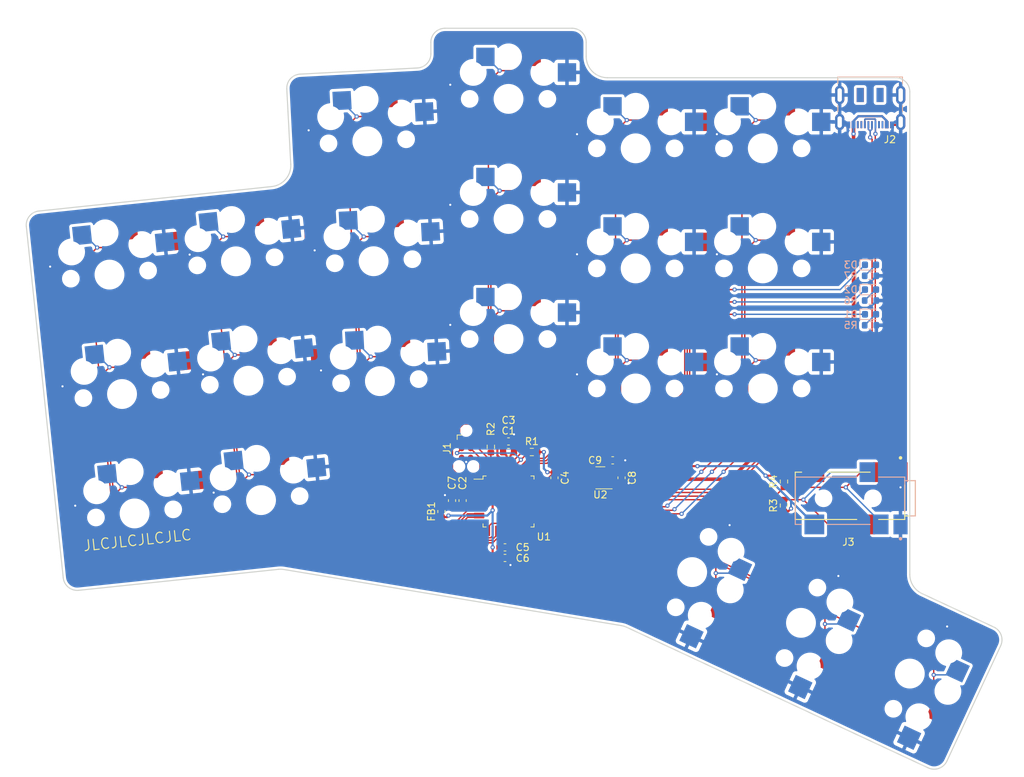
<source format=kicad_pcb>
(kicad_pcb (version 20211014) (generator pcbnew)
  (title_block (title "bd0") (rev "v1.0.0") (company "Unknown"))
  (layers (0 "F.Cu" signal) (31 "B.Cu" signal) (34 "B.Paste" user) (35 "F.Paste" user) (36 "B.SilkS" user "B.Silkscreen") (37 "F.SilkS" user "F.Silkscreen") (38 "B.Mask" user) (39 "F.Mask" user) (44 "Edge.Cuts" user))
  (net 0 "")
  (net 1 "/outer_bottom")
  (net 2 "GND")
  (net 3 "/outer_home")
  (net 4 "/outer_top")
  (net 5 "/pinky_bottom")
  (net 6 "/pinky_home")
  (net 7 "/pinky_top")
  (net 8 "/ring_bottom")
  (net 9 "/ring_home")
  (net 10 "/ring_top")
  (net 11 "/middle_bottom")
  (net 12 "/middle_home")
  (net 13 "/middle_top")
  (net 14 "/index_bottom")
  (net 15 "/index_home")
  (net 16 "/index_top")
  (net 17 "/inner_bottom")
  (net 18 "/inner_home")
  (net 19 "/inner_top")
  (net 20 "/near_thumb")
  (net 21 "/home_thumb")
  (net 22 "/far_thumb")
  (net 23 "+1V2")
  (net 24 "/3V3A")
  (net 25 "+3V3")
  (net 26 "+5V")
  (net 27 "/USB_DP")
  (net 28 "/USB_DN")
  (net 29 "/SDA")
  (net 30 "/SCL")
  (net 31 "/SWDIO")
  (net 32 "/RESETn")
  (net 33 "/SWCLK")
  (net 35 "Net-(D1-Pad2)")
  (net 36 "Net-(D2-Pad2)")
  (net 37 "Net-(D3-Pad2)")
  (net 40 "/LED0")
  (net 41 "/LED1")
  (net 42 "/LED2")
  (footprint "Connector:Tag-Connect_TC2030-IDC-NL_2x03_P1.27mm_Vertical" (layer "F.Cu") (at 216 158.5 -90)
    (fp_text reference "J1")
    (fp_text value "Conn_02x03_Odd_Even")
  )
  (footprint "PG1350" (layer "F.Cu") (at 248 176 -115)
    (fp_text reference "S19" hide)
    (fp_text value "" hide)
  )
  (footprint "PG1350" (layer "F.Cu") (at 169.054911 167.69448 6)
    (fp_text reference "S1" hide)
    (fp_text value "" hide)
  )
  (footprint "PG1350" (layer "F.Cu") (at 183.402337 131.999223 6)
    (fp_text reference "S6" hide)
    (fp_text value "" hide)
  )
  (footprint "Capacitor_SMD:C_0603_1608Metric" (layer "F.Cu") (at 228.5 162.65 -90)
    (fp_text reference "C4")
    (fp_text value "0.1uF")
  )
  (footprint "Inductor_SMD:L_0603_1608Metric" (layer "F.Cu") (at 212.5 167.425 90)
    (fp_text reference "FB1")
    (fp_text value "FerriteBead")
  )
  (footprint "Capacitor_SMD:C_0603_1608Metric" (layer "F.Cu") (at 215.5 165.875 90)
    (fp_text reference "C2")
    (fp_text value "0.1uF")
  )
  (footprint "Package_TO_SOT_SMD:SOT-23" (layer "F.Cu") (at 235 162.65 180)
    (fp_text reference "U2")
    (fp_text value "AP2127N-3.3")
  )
  (footprint "PG1350" (layer "F.Cu") (at 202.007611 115.007958 3)
    (fp_text reference "S9" hide)
    (fp_text value "" hide)
  )
  (footprint "PG1350" (layer "F.Cu") (at 240 133)
    (fp_text reference "S14" hide)
    (fp_text value "" hide)
  )
  (footprint "PG1350" (layer "F.Cu") (at 202.897322 131.984661 3)
    (fp_text reference "S8" hide)
    (fp_text value "" hide)
  )
  (footprint "PG1350" (layer "F.Cu") (at 167.277927 150.787608 6)
    (fp_text reference "S2" hide)
    (fp_text value "" hide)
  )
  (footprint "Capacitor_SMD:C_0603_1608Metric" (layer "F.Cu") (at 222 157.5)
    (fp_text reference "C3")
    (fp_text value "0.1uF")
  )
  (footprint "PG1350" (layer "F.Cu") (at 263.407232 183.18451 -115)
    (fp_text reference "S20" hide)
    (fp_text value "" hide)
  )
  (footprint "Conn_CUI_SJ-4351:CUI-SJ-43514-SMT-0" (layer "F.Cu") (at 271.1 165.2 180)
    (fp_text reference "J3")
    (fp_text value "SJ-43514" hide)
  )
  (footprint "Capacitor_SMD:C_0603_1608Metric" (layer "F.Cu") (at 238 162.65 -90)
    (fp_text reference "C8")
    (fp_text value "1uF")
  )
  (footprint "PG1350" (layer "F.Cu") (at 240 150)
    (fp_text reference "S13" hide)
    (fp_text value "" hide)
  )
  (footprint "Capacitor_SMD:C_0603_1608Metric" (layer "F.Cu") (at 222 159)
    (fp_text reference "C1")
    (fp_text value "1uF")
  )
  (footprint "Resistor_SMD:R_0603_1608Metric" (layer "F.Cu") (at 219.5 158.25 -90)
    (fp_text reference "R2")
    (fp_text value "1k")
  )
  (footprint "Resistor_SMD:R_0603_1608Metric" (layer "F.Cu") (at 225.3 159 180)
    (fp_text reference "R1")
    (fp_text value "10k")
  )
  (footprint "PG1350" (layer "F.Cu") (at 186.956305 165.812968 6)
    (fp_text reference "S4" hide)
    (fp_text value "" hide)
  )
  (footprint "PG1350" (layer "F.Cu") (at 165.500943 133.880736 6)
    (fp_text reference "S3" hide)
    (fp_text value "" hide)
  )
  (footprint "PG1350" (layer "F.Cu") (at 258 150)
    (fp_text reference "S16" hide)
    (fp_text value "" hide)
  )
  (footprint "Connector_USB:USB_C_Receptacle_JAE_DX07S016JA1R1500" (layer "F.Cu") (at 273.2 109.6 180)
    (fp_text reference "J2")
    (fp_text value "USB_C_Receptacle_USB2.0")
  )
  (footprint "PG1350" (layer "F.Cu") (at 278.814465 190.369021 -115)
    (fp_text reference "S21" hide)
    (fp_text value "" hide)
  )
  (footprint "PG1350" (layer "F.Cu") (at 258 116)
    (fp_text reference "S18" hide)
    (fp_text value "" hide)
  )
  (footprint "Resistor_SMD:R_0603_1608Metric" (layer "F.Cu") (at 261 166.575 90)
    (fp_text reference "R3")
    (fp_text value "10k")
  )
  (footprint "Resistor_SMD:R_0603_1608Metric" (layer "F.Cu") (at 261 163.175 -90)
    (fp_text reference "R4")
    (fp_text value "10k")
  )
  (footprint "PG1350" (layer "F.Cu") (at 203.787033 148.961363 3)
    (fp_text reference "S7" hide)
    (fp_text value "" hide)
  )
  (footprint "PG1350" (layer "F.Cu") (at 240 116)
    (fp_text reference "S15" hide)
    (fp_text value "" hide)
  )
  (footprint "Capacitor_SMD:C_0603_1608Metric" (layer "F.Cu") (at 236.75 160.175)
    (fp_text reference "C9")
    (fp_text value "1uF")
  )
  (footprint "Package_QFP:TQFP-48_7x7mm_P0.5mm" (layer "F.Cu") (at 222 166)
    (fp_text reference "U1")
    (fp_text value "ATSAMD21G15B-A")
  )
  (footprint "PG1350" (layer "F.Cu") (at 222 143)
    (fp_text reference "S10" hide)
    (fp_text value "" hide)
  )
  (footprint "PG1350" (layer "F.Cu") (at 222 109)
    (fp_text reference "S12" hide)
    (fp_text value "" hide)
  )
  (footprint "PG1350" (layer "F.Cu") (at 222 126)
    (fp_text reference "S11" hide)
    (fp_text value "" hide)
  )
  (footprint "Capacitor_SMD:C_0603_1608Metric" (layer "F.Cu") (at 214 165.875 90)
    (fp_text reference "C7")
    (fp_text value "10uF")
  )
  (footprint "PG1350" (layer "F.Cu") (at 185.179321 148.906095 6)
    (fp_text reference "S5" hide)
    (fp_text value "" hide)
  )
  (footprint "Capacitor_SMD:C_0603_1608Metric" (layer "F.Cu") (at 221.5 172.5)
    (fp_text reference "C5")
    (fp_text value "0.1uF")
  )
  (footprint "Capacitor_SMD:C_0603_1608Metric" (layer "F.Cu") (at 221.5 174)
    (fp_text reference "C6")
    (fp_text value "10uF")
  )
  (footprint "PG1350" (layer "F.Cu") (at 258 133)
    (fp_text reference "S17" hide)
    (fp_text value "" hide)
  )
  (footprint "Connector_USB:USB_C_Receptacle_JAE_DX07S016JA1R1500" (layer "B.Cu") (at 273.2 109.6)
    (fp_text reference "J20" hide)
    (fp_text value "USB_C_Receptacle_USB2.0")
  )
  (footprint "Diode_SMD:D_0603_1608Metric" (layer "B.Cu") (at 273.25 139.5)
    (fp_text reference "D1")
    (fp_text value "LED")
  )
  (footprint "lib:Signature" (layer "B.Cu") (at 217.139495 174.120633 170.6)
    (fp_text reference "G***" hide)
    (fp_text value "LOGO" hide)
  )
  (footprint "Diode_SMD:D_0603_1608Metric" (layer "B.Cu") (at 273.25 136)
    (fp_text reference "D2")
    (fp_text value "LED")
  )
  (footprint "Conn_CUI_SJ-4351:CUI-SJ-43514-SMT-0" (layer "B.Cu") (at 271.1 165.9 180)
    (fp_text reference "J30" hide)
    (fp_text value "SJ-43514" hide)
  )
  (footprint "Diode_SMD:D_0603_1608Metric" (layer "B.Cu") (at 273.25 132.5)
    (fp_text reference "D3")
    (fp_text value "LED")
  )
  (footprint "Resistor_SMD:R_0603_1608Metric" (layer "B.Cu") (at 273.25 137.55)
    (fp_text reference "R6")
    (fp_text value "470")
  )
  (footprint "Resistor_SMD:R_0603_1608Metric" (layer "B.Cu") (at 273.25 141.05)
    (fp_text reference "R5")
    (fp_text value "470")
  )
  (footprint "Resistor_SMD:R_0603_1608Metric" (layer "B.Cu") (at 273.25 134.05)
    (fp_text reference "R7")
    (fp_text value "470")
  )
  (gr_line (start 155.504961 124.876273) (end 188.481156 121.410335) (layer "Edge.Cuts") (width 0.15))
  (gr_line (start 192.496585 105.492687) (end 209.104672 104.622294) (layer "Edge.Cuts") (width 0.15))
  (gr_arc (start 189.397493 175.611472) (mid 189.801129 175.596389) (end 190.203132 175.635665) (layer "Edge.Cuts") (width 0.15))
  (gr_line (start 161.149499 178.580455) (end 189.397493 175.611471) (layer "Edge.Cuts") (width 0.15))
  (gr_line (start 284.073978 202.751973) (end 291.681107 186.438433) (layer "Edge.Cuts") (width 0.15))
  (gr_arc (start 280.54661 179.039576) (mid 279.284291 177.932552) (end 278.814465 176.320653) (layer "Edge.Cuts") (width 0.15))
  (gr_arc (start 153.724974 127.074374) (mid 154.159726 125.606676) (end 155.504961 124.876273) (layer "Edge.Cuts") (width 0.15))
  (gr_arc (start 284.073978 202.751974) (mid 282.945403 203.786122) (end 281.416126 203.719352) (layer "Edge.Cuts") (width 0.15))
  (gr_line (start 213 99) (end 231 99) (layer "Edge.Cuts") (width 0.15))
  (gr_arc (start 161.149499 178.580455) (mid 159.681801 178.145703) (end 158.951398 176.800468) (layer "Edge.Cuts") (width 0.15))
  (gr_arc (start 190.603998 107.594618) (mid 191.114967 106.151685) (end 192.496585 105.492687) (layer "Edge.Cuts") (width 0.15))
  (gr_line (start 278.814465 176.320653) (end 278.814465 108) (layer "Edge.Cuts") (width 0.15))
  (gr_arc (start 231 99) (mid 232.414214 99.585786) (end 233 101) (layer "Edge.Cuts") (width 0.15))
  (gr_line (start 236 106) (end 276.814465 106) (layer "Edge.Cuts") (width 0.15))
  (gr_line (start 280.54661 179.039576) (end 290.713728 183.780581) (layer "Edge.Cuts") (width 0.15))
  (gr_arc (start 236 106) (mid 233.87868 105.12132) (end 233 103) (layer "Edge.Cuts") (width 0.15))
  (gr_arc (start 211 102.625035) (mid 210.450749 104.001744) (end 209.104672 104.622294) (layer "Edge.Cuts") (width 0.15))
  (gr_arc (start 191.163459 118.269761) (mid 190.448788 120.375113) (end 188.481156 121.410335) (layer "Edge.Cuts") (width 0.15))
  (gr_line (start 238.733904 183.816305) (end 281.416126 203.719352) (layer "Edge.Cuts") (width 0.15))
  (gr_line (start 190.203132 175.635665) (end 237.958102 183.575857) (layer "Edge.Cuts") (width 0.15))
  (gr_arc (start 290.713727 183.780581) (mid 291.747876 184.909156) (end 291.681107 186.438433) (layer "Edge.Cuts") (width 0.15))
  (gr_line (start 153.724975 127.074374) (end 158.951398 176.800468) (layer "Edge.Cuts") (width 0.15))
  (gr_arc (start 211 101) (mid 211.585786 99.585786) (end 213 99) (layer "Edge.Cuts") (width 0.15))
  (gr_line (start 190.603998 107.594618) (end 191.163459 118.269761) (layer "Edge.Cuts") (width 0.15))
  (gr_arc (start 276.814465 106) (mid 278.228679 106.585786) (end 278.814465 108) (layer "Edge.Cuts") (width 0.15))
  (gr_line (start 233 103) (end 233 101) (layer "Edge.Cuts") (width 0.15))
  (gr_line (start 211 102.625035) (end 211 101) (layer "Edge.Cuts") (width 0.15))
  (gr_arc (start 237.958102 183.575856) (mid 238.354178 183.669704) (end 238.733904 183.816305) (layer "Edge.Cuts") (width 0.15))
  (gr_text "JLCJLCJLCJLC" (at 169.45 171.5 6) (layer "F.SilkS") (effects (font (size 1.5 1.5))))
  (segment (start 170.04904 172.54904) (end 166.85 169.35) (width 0.2) (layer "F.Cu") (net 1))
  (segment (start 167.25 164) (end 166.425 164.825) (width 0.2) (layer "F.Cu") (net 1))
  (segment (start 214.804744 172.54904) (end 170.04904 172.54904) (width 0.2) (layer "F.Cu") (net 1))
  (segment (start 222.594296 176.1) (end 218.355704 176.1) (width 0.2) (layer "F.Cu") (net 1))
  (segment (start 218.355704 176.1) (end 214.804744 172.54904) (width 0.2) (layer "F.Cu") (net 1))
  (segment (start 167.25 164) (end 169.12477 164) (width 0.2) (layer "F.Cu") (net 1))
  (segment (start 223.75 170.1625) (end 223.75 174.944296) (width 0.2) (layer "F.Cu") (net 1))
  (segment (start 169.12477 164) (end 171.690026 161.434744) (width 0.2) (layer "F.Cu") (net 1))
  (segment (start 166.85 169.35) (end 166.425 164.825) (width 0.2) (layer "F.Cu") (net 1))
  (segment (start 223.75 174.944296) (end 222.594296 176.1) (width 0.2) (layer "F.Cu") (net 1))
  (via (at 167.25 164) (size 0.6) (drill 0.3) (layers "F.Cu" "B.Cu") (net 1))
  (segment (start 167.25 164) (end 165.369405 162.119405) (width 0.2) (layer "B.Cu") (net 1))
  (segment (start 165.369405 162.119405) (end 165.175907 162.119405) (width 0.2) (layer "B.Cu") (net 1))
  (segment (start 213.75 122.275) (end 213.725 122.25) (width 0.3) (layer "F.Cu") (net 2))
  (segment (start 157.1 132.75) (end 156.879293 131.016252) (width 0.3) (layer "F.Cu") (net 2))
  (segment (start 158.85 149.7) (end 158.656277 147.923124) (width 0.3) (layer "F.Cu") (net 2))
  (segment (start 231.7 114) (end 231.7 112.275) (width 0.3) (layer "F.Cu") (net 2))
  (segment (start 222.275 174) (end 222.275 175) (width 0.3) (layer "F.Cu") (net 2))
  (segment (start 249.75 146.25) (end 251.5 148) (width 0.3) (layer "F.Cu") (net 2))
  (segment (start 217.8375 165.25) (end 215.65 165.25) (width 0.3) (layer "F.Cu") (net 2))
  (segment (start 215.5 165.1) (end 214 165.1) (width 0.3) (layer "F.Cu") (net 2))
  (segment (start 226.1625 163.75) (end 228.175 163.75) (width 0.3) (layer "F.Cu") (net 2))
  (segment (start 228.175 163.75) (end 228.5 163.425) (width 0.3) (layer "F.Cu") (net 2))
  (segment (start 160.65 166.6) (end 160.433261 164.829996) (width 0.3) (layer "F.Cu") (net 2))
  (segment (start 284.1 183.7) (end 285.710285 184.454143) (width 0.3) (layer "F.Cu") (net 2))
  (segment (start 213.75 107) (end 213.75 105.275) (width 0.3) (layer "F.Cu") (net 2))
  (segment (start 221.75 171.975) (end 222.275 172.5) (width 0.3) (layer "F.Cu") (net 2))
  (segment (start 249.725 112.25) (end 249.75 112.25) (width 0.3) (layer "F.Cu") (net 2))
  (segment (start 253.3 169.35) (end 254.89582 170.085122) (width 0.3) (layer "F.Cu") (net 2))
  (segment (start 194.55 130.45) (end 194.437403 128.67288) (width 0.3) (layer "F.Cu") (net 2))
  (segment (start 195.45 147.45) (end 195.327114 145.649582) (width 0.3) (layer "F.Cu") (net 2))
  (segment (start 228.675 163.6) (end 228.5 163.425) (width 0.3) (layer "F.Cu") (net 2))
  (segment (start 249.75 129.25) (end 251.5 131) (width 0.3) (layer "F.Cu") (net 2))
  (segment (start 249.75 112.25) (end 251.5 114) (width 0.3) (layer "F.Cu") (net 2))
  (segment (start 221.75 170.1625) (end 221.75 171.975) (width 0.3) (layer "F.Cu") (net 2))
  (segment (start 213.75 141) (end 213.75 139.275) (width 0.3) (layer "F.Cu") (net 2))
  (segment (start 178.448484 162.948484) (end 178.334655 162.948484) (width 0.3) (layer "F.Cu") (net 2))
  (segment (start 222.775 159) (end 222.775 157.5) (width 0.3) (layer "F.Cu") (net 2))
  (segment (start 235.9375 163.6) (end 228.675 163.6) (width 0.3) (layer "F.Cu") (net 2))
  (segment (start 222.275 172.5) (end 222.275 174) (width 0.3) (layer "F.Cu") (net 2))
  (segment (start 193.7 113.45) (end 193.547692 111.696177) (width 0.3) (layer "F.Cu") (net 2))
  (segment (start 231.7 146.275) (end 231.725 146.25) (width 0.3) (layer "F.Cu") (net 2))
  (segment (start 276.3 112.69) (end 277.105 112.69) (width 0.3) (layer "F.Cu") (net 2))
  (segment (start 178.75 148) (end 176.791611 146.041611) (width 0.3) (layer "F.Cu") (net 2))
  (segment (start 249.725 146.25) (end 249.75 146.25) (width 0.3) (layer "F.Cu") (net 2))
  (segment (start 237.825 163.6) (end 238 163.425) (width 0.3) (layer "F.Cu") (net 2))
  (segment (start 174.934739 129.134739) (end 174.780687 129.134739) (width 0.3) (layer "F.Cu") (net 2))
  (segment (start 237.525 160.175) (end 238.525 160.175) (width 0.3) (layer "F.Cu") (net 2))
  (segment (start 213.75 124) (end 213.75 122.275) (width 0.3) (layer "F.Cu") (net 2))
  (segment (start 222.25 161.8375) (end 222.25 159.525) (width 0.3) (layer "F.Cu") (net 2))
  (segment (start 176.791611 146.041611) (end 176.557671 146.041611) (width 0.3) (layer "F.Cu") (net 2))
  (segment (start 214 165.1) (end 213 165.1) (width 0.3) (layer "F.Cu") (net 2))
  (segment (start 231.7 148) (end 231.7 146.275) (width 0.3) (layer "F.Cu") (net 2))
  (segment (start 268.7 176.55) (end 270.303052 177.269632) (width 0.3) (layer "F.Cu") (net 2))
  (segment (start 180.25 164.75) (end 178.448484 162.948484) (width 0.3) (layer "F.Cu") (net 2))
  (segment (start 270.1 112.69) (end 269.295 112.69) (width 0.3) (layer "F.Cu") (net 2))
  (segment (start 249.725 129.25) (end 249.75 129.25) (width 0.3) (layer "F.Cu") (net 2))
  (segment (start 215.37 159.77) (end 216 160.4) (width 0.3) (layer "F.Cu") (net 2))
  (segment (start 239 163.425) (end 238 163.425) (width 0.3) (layer "F.Cu") (net 2))
  (segment (start 231.7 112.275) (end 231.725 112.25) (width 0.3) (layer "F.Cu") (net 2))
  (segment (start 269.295 112.69) (end 268.88 112.275) (width 0.3) (layer "F.Cu") (net 2))
  (segment (start 213.75 139.275) (end 213.725 139.25) (width 0.3) (layer "F.Cu") (net 2))
  (segment (start 222.775 156.5) (end 222.775 157.5) (width 0.3) (layer "F.Cu") (net 2))
  (segment (start 215.365 159.77) (end 215.37 159.77) (width 0.3) (layer "F.Cu") (net 2))
  (segment (start 277.105 112.69) (end 277.52 112.275) (width 0.3) (layer "F.Cu") (net 2))
  (segment (start 231.7 131) (end 231.7 129.275) (width 0.3) (layer "F.Cu") (net 2))
  (segment (start 176.85 131.05) (end 174.934739 129.134739) (width 0.3) (layer "F.Cu") (net 2))
  (segment (start 235.9375 163.6) (end 237.825 163.6) (width 0.3) (layer "F.Cu") (net 2))
  (segment (start 277.5 161.850001) (end 277.5 164) (width 0.3) (layer "F.Cu") (net 2))
  (segment (start 222.25 159.525) (end 222.775 159) (width 0.3) (layer "F.Cu") (net 2))
  (segment (start 213.75 105.275) (end 213.725 105.25) (width 0.3) (layer "F.Cu") (net 2))
  (segment (start 231.7 129.275) (end 231.725 129.25) (width 0.3) (layer "F.Cu") (net 2))
  (segment (start 215.65 165.25) (end 215.5 165.1) (width 0.3) (layer "F.Cu") (net 2))
  (via (at 178.75 148) (size 0.6) (drill 0.3) (layers "F.Cu" "B.Cu") (net 2))
  (via (at 213.75 124) (size 0.6) (drill 0.3) (layers "F.Cu" "B.Cu") (net 2))
  (via (at 194.55 130.45) (size 0.6) (drill 0.3) (layers "F.Cu" "B.Cu") (net 2))
  (via (at 251.5 114) (size 0.6) (drill 0.3) (layers "F.Cu" "B.Cu") (net 2))
  (via (at 213 165.1) (size 0.6) (drill 0.3) (layers "F.Cu" "B.Cu") (net 2))
  (via (at 222.775 156.5) (size 0.6) (drill 0.3) (layers "F.Cu" "B.Cu") (net 2))
  (via (at 158.85 149.7) (size 0.6) (drill 0.3) (layers "F.Cu" "B.Cu") (net 2))
  (via (at 238.525 160.175) (size 0.6) (drill 0.3) (layers "F.Cu" "B.Cu") (net 2))
  (via (at 277.5 164) (size 0.6) (drill 0.3) (layers "F.Cu" "B.Cu") (net 2))
  (via (at 216 160.4) (size 0.6) (drill 0.3) (layers "F.Cu" "B.Cu") (net 2))
  (via (at 284.1 183.7) (size 0.6) (drill 0.3) (layers "F.Cu" "B.Cu") (net 2))
  (via (at 160.65 166.6) (size 0.6) (drill 0.3) (layers "F.Cu" "B.Cu") (net 2))
  (via (at 231.7 114) (size 0.6) (drill 0.3) (layers "F.Cu" "B.Cu") (net 2))
  (via (at 193.7 113.45) (size 0.6) (drill 0.3) (layers "F.Cu" "B.Cu") (net 2))
  (via (at 268.7 176.55) (size 0.6) (drill 0.3) (layers "F.Cu" "B.Cu") (net 2))
  (via (at 213.75 141) (size 0.6) (drill 0.3) (layers "F.Cu" "B.Cu") (net 2))
  (via (at 251.5 131) (size 0.6) (drill 0.3) (layers "F.Cu" "B.Cu") (net 2))
  (via (at 176.85 131.05) (size 0.6) (drill 0.3) (layers "F.Cu" "B.Cu") (net 2))
  (via (at 253.3 169.35) (size 0.6) (drill 0.3) (layers "F.Cu" "B.Cu") (net 2))
  (via (at 180.25 164.75) (size 0.6) (drill 0.3) (layers "F.Cu" "B.Cu") (net 2))
  (via (at 222.275 175) (size 0.6) (drill 0.3) (layers "F.Cu" "B.Cu") (net 2))
  (via (at 239 163.425) (size 0.6) (drill 0.3) (layers "F.Cu" "B.Cu") (net 2))
  (via (at 231.7 148) (size 0.6) (drill 0.3) (layers "F.Cu" "B.Cu") (net 2))
  (via (at 251.5 148) (size 0.6) (drill 0.3) (layers "F.Cu" "B.Cu") (net 2))
  (via (at 213.75 107) (size 0.6) (drill 0.3) (layers "F.Cu" "B.Cu") (net 2))
  (via (at 231.7 131) (size 0.6) (drill 0.3) (layers "F.Cu" "B.Cu") (net 2))
  (via (at 157.1 132.75) (size 0.6) (drill 0.3) (layers "F.Cu" "B.Cu") (net 2))
  (via (at 195.45 147.45) (size 0.6) (drill 0.3) (layers "F.Cu" "B.Cu") (net 2))
  (segment (start 274.075 134.05) (end 274.075 134.075) (width 0.3) (layer "B.Cu") (net 2))
  (segment (start 274.075 137.55) (end 274.075 137.625) (width 0.3) (layer "B.Cu") (net 2))
  (segment (start 274.075 137.625) (end 273.25 138.45) (width 0.3) (layer "B.Cu") (net 2))
  (segment (start 274.075 134.075) (end 273.25 134.9) (width 0.3) (layer "B.Cu") (net 2))
  (segment (start 224.25 170.1625) (end 224.25 174.938591) (width 0.2) (layer "F.Cu") (net 3))
  (segment (start 165.5 147) (end 164.52027 147.97973) (width 0.2) (layer "F.Cu") (net 3))
  (segment (start 164.52027 147.97973) (end 164.52027 148.02027) (width 0.2) (layer "F.Cu") (net 3))
  (segment (start 169.9 172.9) (end 169.4 172.4) (width 0.2) (layer "F.Cu") (net 3))
  (segment (start 214.661408 172.9) (end 169.9 172.9) (width 0.2) (layer "F.Cu") (net 3))
  (segment (start 218.211408 176.45) (end 214.661408 172.9) (width 0.2) (layer "F.Cu") (net 3))
  (segment (start 167.440914 147) (end 169.913042 144.527872) (width 0.2) (layer "F.Cu") (net 3))
  (segment (start 169.4 172.4) (end 169.394296 172.4) (width 0.2) (layer "F.Cu") (net 3))
  (segment (start 165.5 147) (end 167.440914 147) (width 0.2) (layer "F.Cu") (net 3))
  (segment (start 166.497148 169.502852) (end 164.52027 148.02027) (width 0.2) (layer "F.Cu") (net 3))
  (segment (start 222.738591 176.45) (end 218.211408 176.45) (width 0.2) (layer "F.Cu") (net 3))
  (segment (start 169.394296 172.4) (end 166.497148 169.502852) (width 0.2) (layer "F.Cu") (net 3))
  (segment (start 224.25 174.938591) (end 222.738591 176.45) (width 0.2) (layer "F.Cu") (net 3))
  (via (at 165.5 147) (size 0.6) (drill 0.3) (layers "F.Cu" "B.Cu") (net 3))
  (segment (start 163.712533 145.212533) (end 163.398923 145.212533) (width 0.2) (layer "B.Cu") (net 3))
  (segment (start 165.5 147) (end 163.712533 145.212533) (width 0.2) (layer "B.Cu") (net 3))
  (segment (start 166.15 169.65) (end 162.45 131.35) (width 0.2) (layer "F.Cu") (net 4))
  (segment (start 218.067112 176.8) (end 214.516632 173.24952) (width 0.2) (layer "F.Cu") (net 4))
  (segment (start 169.95 173.25) (end 169.75 173.25) (width 0.2) (layer "F.Cu") (net 4))
  (segment (start 163.75 130.05) (end 162.45 131.35) (width 0.2) (layer "F.Cu") (net 4))
  (segment (start 222.882886 176.8) (end 218.067112 176.8) (width 0.2) (layer "F.Cu") (net 4))
  (segment (start 214.516632 173.24952) (end 169.95048 173.24952) (width 0.2) (layer "F.Cu") (net 4))
  (segment (start 165.95 130.05) (end 168.136058 127.863942) (width 0.2) (layer "F.Cu") (net 4))
  (segment (start 168.136058 127.863942) (end 168.136058 127.621) (width 0.2) (layer "F.Cu") (net 4))
  (segment (start 224.75 174.932886) (end 222.882886 176.8) (width 0.2) (layer "F.Cu") (net 4))
  (segment (start 169.75 173.25) (end 166.15 169.65) (width 0.2) (layer "F.Cu") (net 4))
  (segment (start 169.95048 173.24952) (end 169.95 173.25) (width 0.2) (layer "F.Cu") (net 4))
  (segment (start 163.75 130.05) (end 165.95 130.05) (width 0.2) (layer "F.Cu") (net 4))
  (segment (start 224.75 170.1625) (end 224.75 174.932886) (width 0.2) (layer "F.Cu") (net 4))
  (via (at 163.75 130.05) (size 0.6) (drill 0.3) (layers "F.Cu" "B.Cu") (net 4))
  (segment (start 163.75 130.05) (end 162.005661 128.305661) (width 0.2) (layer "B.Cu") (net 4))
  (segment (start 162.005661 128.305661) (end 161.621939 128.305661) (width 0.2) (layer "B.Cu") (net 4))
  (segment (start 219.60846 171.50048) (end 186.90048 171.50048) (width 0.2) (layer "F.Cu") (net 5))
  (segment (start 185.25 162.2) (end 186.944652 162.2) (width 0.2) (layer "F.Cu") (net 5))
  (segment (start 220.25 170.1625) (end 220.25 170.85894) (width 0.2) (layer "F.Cu") (net 5))
  (segment (start 220.25 170.85894) (end 219.60846 171.50048) (width 0.2) (layer "F.Cu") (net 5))
  (segment (start 186.944652 162.2) (end 189.59142 159.553232) (width 0.2) (layer "F.Cu") (net 5))
  (segment (start 186.90048 171.50048) (end 185.1 169.7) (width 0.2) (layer "F.Cu") (net 5))
  (segment (start 185.1 169.7) (end 184.4 163.05) (width 0.2) (layer "F.Cu") (net 5))
  (segment (start 184.4 163.05) (end 185.25 162.2) (width 0.2) (layer "F.Cu") (net 5))
  (via (at 185.25 162.2) (size 0.6) (drill 0.3) (layers "F.Cu" "B.Cu") (net 5))
  (segment (start 183.287893 160.237893) (end 183.077301 160.237893) (width 0.2) (layer "B.Cu") (net 5))
  (segment (start 185.25 162.2) (end 183.287893 160.237893) (width 0.2) (layer "B.Cu") (net 5))
  (segment (start 185.210795 145.25) (end 187.814436 142.646359) (width 0.2) (layer "F.Cu") (net 6))
  (segment (start 184.755704 169.875) (end 184.75 169.875) (width 0.2) (layer "F.Cu") (net 6))
  (segment (start 219.753236 171.85) (end 186.730703 171.849999) (width 0.2) (layer "F.Cu") (net 6))
  (segment (start 186.730703 171.849999) (end 184.755704 169.875) (width 0.2) (layer "F.Cu") (net 6))
  (segment (start 219.951618 171.651618) (end 219.753236 171.85) (width 0.2) (layer "F.Cu") (net 6))
  (segment (start 184.75 169.875) (end 182.2 146.3) (width 0.2) (layer "F.Cu") (net 6))
  (segment (start 220.75 170.85894) (end 219.957322 171.651618) (width 0.2) (layer "F.Cu") (net 6))
  (segment (start 219.957322 171.651618) (end 219.951618 171.651618) (width 0.2) (layer "F.Cu") (net 6))
  (segment (start 220.75 170.1625) (end 220.75 170.85894) (width 0.2) (layer "F.Cu") (net 6))
  (segment (start 183.25 145.25) (end 182.2 146.3) (width 0.2) (layer "F.Cu") (net 6))
  (segment (start 183.25 145.25) (end 185.210795 145.25) (width 0.2) (layer "F.Cu") (net 6))
  (via (at 183.25 145.25) (size 0.6) (drill 0.3) (layers "F.Cu" "B.Cu") (net 6))
  (segment (start 183.25 145.25) (end 181.33102 143.33102) (width 0.2) (layer "B.Cu") (net 6))
  (segment (start 181.33102 143.33102) (end 181.300317 143.33102) (width 0.2) (layer "B.Cu") (net 6))
  (segment (start 186.57452 172.19952) (end 184.375 170) (width 0.2) (layer "F.Cu") (net 7))
  (segment (start 181.6 128.5) (end 183.276939 128.5) (width 0.2) (layer "F.Cu") (net 7))
  (segment (start 218.5 175.75) (end 214.94952 172.19952) (width 0.2) (layer "F.Cu") (net 7))
  (segment (start 181.6 128.5) (end 180.1 130) (width 0.2) (layer "F.Cu") (net 7))
  (segment (start 214.94952 172.19952) (end 186.57452 172.19952) (width 0.2) (layer "F.Cu") (net 7))
  (segment (start 222.45 175.75) (end 218.5 175.75) (width 0.2) (layer "F.Cu") (net 7))
  (segment (start 184.375 170) (end 180.1 130) (width 0.2) (layer "F.Cu") (net 7))
  (segment (start 183.276939 128.5) (end 186.037452 125.739487) (width 0.2) (layer "F.Cu") (net 7))
  (segment (start 223.25 174.95) (end 222.45 175.75) (width 0.2) (layer "F.Cu") (net 7))
  (segment (start 223.25 170.1625) (end 223.25 174.95) (width 0.2) (layer "F.Cu") (net 7))
  (via (at 181.6 128.5) (size 0.6) (drill 0.3) (layers "F.Cu" "B.Cu") (net 7))
  (segment (start 181.6 128.5) (end 181.599185 128.5) (width 0.2) (layer "B.Cu") (net 7))
  (segment (start 181.599185 128.5) (end 179.523333 126.424148) (width 0.2) (layer "B.Cu") (net 7))
  (segment (start 217.8375 168.25) (end 216.2 168.25) (width 0.2) (layer "F.Cu") (net 8))
  (segment (start 202.5 145.5) (end 201.454688 146.545312) (width 0.2) (layer "F.Cu") (net 8))
  (segment (start 211.8 169.65) (end 202.05 159.9) (width 0.2) (layer "F.Cu") (net 8))
  (segment (start 214.8 169.65) (end 211.8 169.65) (width 0.2) (layer "F.Cu") (net 8))
  (segment (start 202.05 159.9) (end 201.45 146.55) (width 0.2) (layer "F.Cu") (net 8))
  (segment (start 202.5 145.5) (end 204.094263 145.5) (width 0.2) (layer "F.Cu") (net 8))
  (segment (start 204.094263 145.5) (end 206.746146 142.848117) (width 0.2) (layer "F.Cu") (net 8))
  (segment (start 216.2 168.25) (end 214.8 169.65) (width 0.2) (layer "F.Cu") (net 8))
  (via (at 202.5 145.5) (size 0.6) (drill 0.3) (layers "F.Cu" "B.Cu") (net 8))
  (segment (start 200.205122 143.205122) (end 200.205122 143.190918) (width 0.2) (layer "B.Cu") (net 8))
  (segment (start 202.5 145.5) (end 200.205122 143.205122) (width 0.2) (layer "B.Cu") (net 8))
  (segment (start 201.5 128.5) (end 203.22785 128.5) (width 0.2) (layer "F.Cu") (net 9))
  (segment (start 211.65 170) (end 201.702852 160.052852) (width 0.2) (layer "F.Cu") (net 9))
  (segment (start 214.95 170) (end 211.65 170) (width 0.2) (layer "F.Cu") (net 9))
  (segment (start 200.25 129.75) (end 201.5 128.5) (width 0.2) (layer "F.Cu") (net 9))
  (segment (start 216.2 168.75) (end 214.95 170) (width 0.2) (layer "F.Cu") (net 9))
  (segment (start 203.22785 128.5) (end 205.856435 125.871415) (width 0.2) (layer "F.Cu") (net 9))
  (segment (start 201.7 160.052852) (end 200.25 129.75) (width 0.2) (layer "F.Cu") (net 9))
  (segment (start 217.8375 168.75) (end 216.2 168.75) (width 0.2) (layer "F.Cu") (net 9))
  (via (at 201.5 128.5) (size 0.6) (drill 0.3) (layers "F.Cu" "B.Cu") (net 9))
  (segment (start 201.5 128.5) (end 199.315411 126.315411) (width 0.2) (layer "B.Cu") (net 9))
  (segment (start 199.315411 126.315411) (end 199.315411 126.214216) (width 0.2) (layer "B.Cu") (net 9))
  (segment (start 201.35 160.2) (end 199 113) (width 0.2) (layer "F.Cu") (net 10))
  (segment (start 219.75 170.1625) (end 219.75 170.85894) (width 0.2) (layer "F.Cu") (net 10))
  (segment (start 219.45894 171.15) (end 212.3 171.15) (width 0.2) (layer "F.Cu") (net 10))
  (segment (start 212.3 171.15) (end 201.35 160.2) (width 0.2) (layer "F.Cu") (net 10))
  (segment (start 200.5 111.5) (end 202.361436 111.5) (width 0.2) (layer "F.Cu") (net 10))
  (segment (start 202.361436 111.5) (end 204.966724 108.894712) (width 0.2) (layer "F.Cu") (net 10))
  (segment (start 219.75 170.85894) (end 219.45894 171.15) (width 0.2) (layer "F.Cu") (net 10))
  (segment (start 200.5 111.5) (end 199 113) (width 0.2) (layer "F.Cu") (net 10))
  (via (at 200.5 111.5) (size 0.6) (drill 0.3) (layers "F.Cu" "B.Cu") (net 10))
  (segment (start 200.5 111.5) (end 198.4257 109.4257) (width 0.2) (layer "B.Cu") (net 10))
  (segment (start 198.4257 109.4257) (end 198.4257 109.237513) (width 0.2) (layer "B.Cu") (net 10))
  (segment (start 220.75 139) (end 223.325 139) (width 0.2) (layer "F.Cu") (net 11))
  (segment (start 220.75 139) (end 219.85 139.9) (width 0.2) (layer "F.Cu") (net 11))
  (segment (start 219.85 139.9) (end 219.85 149.1) (width 0.2) (layer "F.Cu") (net 11))
  (segment (start 216.393272 164.75) (end 217.8375 164.75) (width 0.2) (layer "F.Cu") (net 11))
  (segment (start 223.325 139) (end 225.275 137.05) (width 0.2) (layer "F.Cu") (net 11))
  (segment (start 213.35 161.70673) (end 216.393272 164.75) (width 0.2) (layer "F.Cu") (net 11))
  (segment (start 213.35 155.6) (end 213.35 161.70673) (width 0.2) (layer "F.Cu") (net 11))
  (segment (start 219.85 149.1) (end 213.35 155.6) (width 0.2) (layer "F.Cu") (net 11))
  (via (at 220.75 139) (size 0.6) (drill 0.3) (layers "F.Cu" "B.Cu") (net 11))
  (segment (start 220.75 139) (end 218.8 137.05) (width 0.2) (layer "B.Cu") (net 11))
  (segment (start 218.8 137.05) (end 218.725 137.05) (width 0.2) (layer "B.Cu") (net 11))
  (segment (start 211.5 168.349733) (end 212.100267 168.95) (width 0.2) (layer "F.Cu") (net 12))
  (segment (start 219.50048 148.94952) (end 211.5 156.95) (width 0.2) (layer "F.Cu") (net 12))
  (segment (start 220.75 122) (end 219.50048 123.24952) (width 0.2) (layer "F.Cu") (net 12))
  (segment (start 211.5 156.95) (end 211.5 168.349733) (width 0.2) (layer "F.Cu") (net 12))
  (segment (start 219.50048 123.24952) (end 219.50048 148.94952) (width 0.2) (layer "F.Cu") (net 12))
  (segment (start 216.2 167.25) (end 217.8375 167.25) (width 0.2) (layer "F.Cu") (net 12))
  (segment (start 212.100267 168.95) (end 214.5 168.95) (width 0.2) (layer "F.Cu") (net 12))
  (segment (start 214.5 168.95) (end 216.2 167.25) (width 0.2) (layer "F.Cu") (net 12))
  (segment (start 223.325 122) (end 225.275 120.05) (width 0.2) (layer "F.Cu") (net 12))
  (segment (start 220.75 122) (end 223.325 122) (width 0.2) (layer "F.Cu") (net 12))
  (via (at 220.75 122) (size 0.6) (drill 0.3) (layers "F.Cu" "B.Cu") (net 12))
  (segment (start 218.8 120.05) (end 218.725 120.05) (width 0.2) (layer "B.Cu") (net 12))
  (segment (start 220.75 122) (end 218.8 120.05) (width 0.2) (layer "B.Cu") (net 12))
  (segment (start 211.15 156.8) (end 219.15096 148.79904) (width 0.2) (layer "F.Cu") (net 13))
  (segment (start 219.15096 106.59904) (end 220.75 105) (width 0.2) (layer "F.Cu") (net 13))
  (segment (start 223.325 105) (end 225.275 103.05) (width 0.2) (layer "F.Cu") (net 13))
  (segment (start 211.949519 169.299519) (end 211.15 168.5) (width 0.2) (layer "F.Cu") (net 13))
  (segment (start 219.15096 148.79904) (end 219.15096 106.59904) (width 0.2) (layer "F.Cu") (net 13))
  (segment (start 211.15 168.5) (end 211.15 156.8) (width 0.2) (layer "F.Cu") (net 13))
  (segment (start 220.75 105) (end 223.325 105) (width 0.2) (layer "F.Cu") (net 13))
  (segment (start 214.644775 169.29952) (end 211.949519 169.299519) (width 0.2) (layer "F.Cu") (net 13))
  (segment (start 217.8375 167.75) (end 216.194296 167.75) (width 0.2) (layer "F.Cu") (net 13))
  (segment (start 216.194296 167.75) (end 214.644775 169.29952) (width 0.2) (layer "F.Cu") (net 13))
  (via (at 220.75 105) (size 0.6) (drill 0.3) (layers "F.Cu" "B.Cu") (net 13))
  (segment (start 220.75 105) (end 218.8 103.05) (width 0.2) (layer "B.Cu") (net 13))
  (segment (start 218.8 103.05) (end 218.725 103.05) (width 0.2) (layer "B.Cu") (net 13))
  (segment (start 237.85 153.2) (end 236.150479 154.89952) (width 0.2) (layer "F.Cu") (net 14))
  (segment (start 241.325 146) (end 243.275 144.05) (width 0.2) (layer "F.Cu") (net 14))
  (segment (start 223.65 157.3) (end 223.65 159.275) (width 0.2) (layer "F.Cu") (net 14))
  (segment (start 222.75 160.175) (end 222.75 161.8375) (width 0.2) (layer "F.Cu") (net 14))
  (segment (start 226.05048 154.89952) (end 223.65 157.3) (width 0.2) (layer "F.Cu") (net 14))
  (segment (start 238.75 146) (end 241.325 146) (width 0.2) (layer "F.Cu") (net 14))
  (segment (start 236.150479 154.89952) (end 226.05048 154.89952) (width 0.2) (layer "F.Cu") (net 14))
  (segment (start 223.65 159.275) (end 222.75 160.175) (width 0.2) (layer "F.Cu") (net 14))
  (segment (start 237.85 146.9) (end 237.85 153.2) (width 0.2) (layer "F.Cu") (net 14))
  (segment (start 238.75 146) (end 237.85 146.9) (width 0.2) (layer "F.Cu") (net 14))
  (via (at 238.75 146) (size 0.6) (drill 0.3) (layers "F.Cu" "B.Cu") (net 14))
  (segment (start 236.8 144.05) (end 236.725 144.05) (width 0.2) (layer "B.Cu") (net 14))
  (segment (start 238.75 146) (end 236.8 144.05) (width 0.2) (layer "B.Cu") (net 14))
  (segment (start 236.005704 154.55) (end 215.45 154.55) (width 0.2) (layer "F.Cu") (net 15))
  (segment (start 241.325 129) (end 243.275 127.05) (width 0.2) (layer "F.Cu") (net 15))
  (segment (start 214.056179 155.943821) (end 214.056179 161.424317) (width 0.2) (layer "F.Cu") (net 15))
  (segment (start 237.5 130.25) (end 237.5 153.055704) (width 0.2) (layer "F.Cu") (net 15))
  (segment (start 216.381862 163.75) (end 217.8375 163.75) (width 0.2) (layer "F.Cu") (net 15))
  (segment (start 215.45 154.55) (end 214.056179 155.943821) (width 0.2) (layer "F.Cu") (net 15))
  (segment (start 237.5 153.055704) (end 236.005704 154.55) (width 0.2) (layer "F.Cu") (net 15))
  (segment (start 238.75 129) (end 241.325 129) (width 0.2) (layer "F.Cu") (net 15))
  (segment (start 238.75 129) (end 237.5 130.25) (width 0.2) (layer "F.Cu") (net 15))
  (segment (start 214.056179 161.424317) (end 216.381862 163.75) (width 0.2) (layer "F.Cu") (net 15))
  (via (at 238.75 129) (size 0.6) (drill 0.3) (layers "F.Cu" "B.Cu") (net 15))
  (segment (start 238.675 129) (end 236.725 127.05) (width 0.2) (layer "B.Cu") (net 15))
  (segment (start 238.75 129) (end 238.675 129) (width 0.2) (layer "B.Cu") (net 15))
  (segment (start 238.75 112) (end 237.15 113.6) (width 0.2) (layer "F.Cu") (net 16))
  (segment (start 241.325 112) (end 243.275 110.05) (width 0.2) (layer "F.Cu") (net 16))
  (segment (start 235.861408 154.2) (end 215.3 154.2) (width 0.2) (layer "F.Cu") (net 16))
  (segment (start 237.15 152.911408) (end 235.861408 154.2) (width 0.2) (layer "F.Cu") (net 16))
  (segment (start 216.387567 164.25) (end 217.8375 164.25) (width 0.2) (layer "F.Cu") (net 16))
  (segment (start 215.3 154.2) (end 213.7 155.8) (width 0.2) (layer "F.Cu") (net 16))
  (segment (start 213.7 161.562434) (end 216.387567 164.25) (width 0.2) (layer "F.Cu") (net 16))
  (segment (start 237.15 113.6) (end 237.15 152.911408) (width 0.2) (layer "F.Cu") (net 16))
  (segment (start 238.75 112) (end 241.325 112) (width 0.2) (layer "F.Cu") (net 16))
  (segment (start 213.7 155.8) (end 213.7 161.562434) (width 0.2) (layer "F.Cu") (net 16))
  (via (at 238.75 112) (size 0.6) (drill 0.3) (layers "F.Cu" "B.Cu") (net 16))
  (segment (start 238.675 112) (end 236.725 110.05) (width 0.2) (layer "B.Cu") (net 16))
  (segment (start 238.75 112) (end 238.675 112) (width 0.2) (layer "B.Cu") (net 16))
  (segment (start 261.275 144.225) (end 261.275 144.05) (width 0.2) (layer "F.Cu") (net 17))
  (segment (start 259.5 146) (end 261.275 144.225) (width 0.2) (layer "F.Cu") (net 17))
  (segment (start 255.852979 147.147021) (end 257 146) (width 0.2) (layer "F.Cu") (net 17))
  (segment (start 257 146) (end 259.5 146) (width 0.2) (layer "F.Cu") (net 17))
  (segment (start 255.852979 158.397021) (end 255.852979 147.147021) (width 0.2) (layer "F.Cu") (net 17))
  (segment (start 252.45 161.8) (end 255.852979 158.397021) (width 0.2) (layer "F.Cu") (net 17))
  (segment (start 246.5 167.75) (end 226 167.75) (width 0.2) (layer "F.Cu") (net 17))
  (via (at 252.45 161.8) (size 0.6) (drill 0.3) (layers "F.Cu" "B.Cu") (net 17))
  (via (at 257 146) (size 0.6) (drill 0.3) (layers "F.Cu" "B.Cu") (net 17))
  (via (at 246.5 167.75) (size 0.6) (drill 0.3) (layers "F.Cu" "B.Cu") (net 17))
  (segment (start 257 146) (end 255.05 144.05) (width 0.2) (layer "B.Cu") (net 17))
  (segment (start 246.5 167.75) (end 252.45 161.8) (width 0.2) (layer "B.Cu") (net 17))
  (segment (start 255.05 144.05) (end 254.725 144.05) (width 0.2) (layer "B.Cu") (net 17))
  (segment (start 257 129) (end 259.325 129) (width 0.2) (layer "F.Cu") (net 18))
  (segment (start 255.45 130.55) (end 255.45 157.15) (width 0.2) (layer "F.Cu") (net 18))
  (segment (start 257 129) (end 255.45 130.55) (width 0.2) (layer "F.Cu") (net 18))
  (segment (start 245.5 167.1) (end 245.35 167.25) (width 0.2) (layer "F.Cu") (net 18))
  (segment (start 245.35 167.25) (end 226 167.25) (width 0.2) (layer "F.Cu") (net 18))
  (segment (start 259.325 129) (end 261.275 127.05) (width 0.2) (layer "F.Cu") (net 18))
  (segment (start 255.45 157.15) (end 250.8 161.8) (width 0.2) (layer "F.Cu") (net 18))
  (via (at 245.5 167.1) (size 0.6) (drill 0.3) (layers "F.Cu" "B.Cu") (net 18))
  (via (at 250.8 161.8) (size 0.6) (drill 0.3) (layers "F.Cu" "B.Cu") (net 18))
  (via (at 257 129) (size 0.6) (drill 0.3) (layers "F.Cu" "B.Cu") (net 18))
  (segment (start 245.5 167.1) (end 250.8 161.8) (width 0.2) (layer "B.Cu") (net 18))
  (segment (start 257 129) (end 255.05 127.05) (width 0.2) (layer "B.Cu") (net 18))
  (segment (start 255.05 127.05) (end 254.725 127.05) (width 0.2) (layer "B.Cu") (net 18))
  (segment (start 244.5 166.6) (end 244.35 166.75) (width 0.2) (layer "F.Cu") (net 19))
  (segment (start 259.325 112) (end 261.275 110.05) (width 0.2) (layer "F.Cu") (net 19))
  (segment (start 257 112) (end 259.325 112) (width 0.2) (layer "F.Cu") (net 19))
  (segment (start 249.3 161.8) (end 255.05 156.05) (width 0.2) (layer "F.Cu") (net 19))
  (segment (start 255.05 156.05) (end 255.05 113.95) (width 0.2) (layer "F.Cu") (net 19))
  (segment (start 255.05 113.95) (end 257 112) (width 0.2) (layer "F.Cu") (net 19))
  (segment (start 244.35 166.75) (end 226 166.75) (width 0.2) (layer "F.Cu") (net 19))
  (via (at 249.3 161.8) (size 0.6) (drill 0.3) (layers "F.Cu" "B.Cu") (net 19))
  (via (at 257 112) (size 0.6) (drill 0.3) (layers "F.Cu" "B.Cu") (net 19))
  (via (at 244.5 166.6) (size 0.6) (drill 0.3) (layers "F.Cu" "B.Cu") (net 19))
  (segment (start 244.5 166.6) (end 249.3 161.8) (width 0.2) (layer "B.Cu") (net 19))
  (segment (start 257 112) (end 255.05 110.05) (width 0.2) (layer "B.Cu") (net 19))
  (segment (start 255.05 110.05) (end 254.725 110.05) (width 0.2) (layer "B.Cu") (net 19))
  (segment (start 219.25 169.46606) (end 219.25 170.1625) (width 0.2) (layer "F.Cu") (net 20))
  (segment (start 251.35 175.1) (end 240.95 170.2) (width 0.2) (layer "F.Cu") (net 20))
  (segment (start 251.35 176.15) (end 251.35 180.82428) (width 0.2) (layer "F.Cu") (net 20))
  (segment (start 240.95 170.2) (end 226.2 170.2) (width 0.2) (layer "F.Cu") (net 20))
  (segment (start 251.35 176.15) (end 251.35 175.1) (width 0.2) (layer "F.Cu") (net 20))
  (segment (start 225.1 169.1) (end 219.61606 169.1) (width 0.2) (layer "F.Cu") (net 20))
  (segment (start 226.2 170.2) (end 225.1 169.1) (width 0.2) (layer "F.Cu") (net 20))
  (segment (start 219.61606 169.1) (end 219.25 169.46606) (width 0.2) (layer "F.Cu") (net 20))
  (segment (start 251.35 180.82428) (end 252.008457 181.482737) (width 0.2) (layer "F.Cu") (net 20))
  (via (at 251.35 176.15) (size 0.6) (drill 0.3) (layers "F.Cu" "B.Cu") (net 20))
  (segment (start 254.173027 176.15) (end 254.776606 175.546421) (width 0.2) (layer "B.Cu") (net 20))
  (segment (start 251.35 176.15) (end 254.173027 176.15) (width 0.2) (layer "B.Cu") (net 20))
  (segment (start 266.8 188.051558) (end 267.415689 188.667247) (width 0.2) (layer "F.Cu") (net 21))
  (segment (start 266.8 183.35) (end 266.8 188.051558) (width 0.2) (layer "F.Cu") (net 21))
  (segment (start 266.8 183.35) (end 266.8 181.95) (width 0.2) (layer "F.Cu") (net 21))
  (segment (start 238.85 168.75) (end 226.1625 168.75) (width 0.2) (layer "F.Cu") (net 21))
  (segment (start 266.8 181.95) (end 238.85 168.75) (width 0.2) (layer "F.Cu") (net 21))
  (via (at 266.8 183.35) (size 0.6) (drill 0.3) (layers "F.Cu" "B.Cu") (net 21))
  (segment (start 266.8 183.35) (end 269.564769 183.35) (width 0.2) (layer "B.Cu") (net 21))
  (segment (start 269.564769 183.35) (end 270.183838 182.730931) (width 0.2) (layer "B.Cu") (net 21))
  (segment (start 282.2 188.85) (end 238.8 168.25) (width 0.2) (layer "F.Cu") (net 22))
  (segment (start 282.2 190.55) (end 282.2 195.228836) (width 0.2) (layer "F.Cu") (net 22))
  (segment (start 238.8 168.25) (end 226.1625 168.25) (width 0.2) (layer "F.Cu") (net 22))
  (segment (start 282.2 195.228836) (end 282.822922 195.851758) (width 0.2) (layer "F.Cu") (net 22))
  (segment (start 282.2 190.55) (end 282.2 188.85) (width 0.2) (layer "F.Cu") (net 22))
  (via (at 282.2 190.55) (size 0.6) (drill 0.3) (layers "F.Cu" "B.Cu") (net 22))
  (segment (start 284.956513 190.55) (end 285.591071 189.915442) (width 0.2) (layer "B.Cu") (net 22))
  (segment (start 282.2 190.55) (end 284.956513 190.55) (width 0.2) (layer "B.Cu") (net 22))
  (segment (start 221.75 161.8375) (end 221.75 159.525) (width 0.3) (layer "F.Cu") (net 23))
  (segment (start 221.75 159.525) (end 221.225 159) (width 0.3) (layer "F.Cu") (net 23))
  (segment (start 217.8375 165.75) (end 216.4 165.75) (width 0.3) (layer "F.Cu") (net 24))
  (segment (start 214 166.65) (end 215.5 166.65) (width 0.3) (layer "F.Cu") (net 24))
  (segment (start 214 166.65) (end 212.5125 166.65) (width 0.3) (layer "F.Cu") (net 24))
  (segment (start 216.4 165.75) (end 215.5 166.65) (width 0.3) (layer "F.Cu") (net 24))
  (segment (start 212.5125 166.65) (end 212.5 166.6375) (width 0.3) (layer "F.Cu") (net 24))
  (segment (start 240 161) (end 248.75 161) (width 0.3) (layer "F.Cu") (net 25))
  (segment (start 215.022179 155.554972) (end 215.022179 156.887179) (width 0.3) (layer "F.Cu") (net 25))
  (segment (start 221.25 170.1625) (end 221.25 171.975) (width 0.3) (layer "F.Cu") (net 25))
  (segment (start 261.499999 161.850001) (end 265.3 161.850001) (width 0.3) (layer "F.Cu") (net 25))
  (segment (start 215.022179 156.887179) (end 215.365 157.23) (width 0.3) (layer "F.Cu") (net 25))
  (segment (start 219.75 172.5) (end 219.75 173.55) (width 0.3) (layer "F.Cu") (net 25))
  (segment (start 227.125 163.25) (end 228.5 161.875) (width 0.3) (layer "F.Cu") (net 25))
  (segment (start 219.75 165.2) (end 221.7 163.25) (width 0.3) (layer "F.Cu") (net 25))
  (segment (start 235.975 160.175) (end 233.175 160.175) (width 0.3) (layer "F.Cu") (net 25))
  (segment (start 220.725 174) (end 220.725 172.5) (width 0.3) (layer "F.Cu") (net 25))
  (segment (start 235.975 160.175) (end 235.975 161.6625) (width 0.3) (layer "F.Cu") (net 25))
  (segment (start 228.5 161.875) (end 227.525 161.875) (width 0.3) (layer "F.Cu") (net 25))
  (segment (start 215.594972 154.982179) (end 215.022179 155.554972) (width 0.3) (layer "F.Cu") (net 25))
  (segment (start 231.475 161.875) (end 228.5 161.875) (width 0.3) (layer "F.Cu") (net 25))
  (segment (start 233.175 160.175) (end 231.475 161.875) (width 0.3) (layer "F.Cu") (net 25))
  (segment (start 220.2 174) (end 220.725 174) (width 0.3) (layer "F.Cu") (net 25))
  (segment (start 261 162.35) (end 261.499999 161.850001) (width 0.3) (layer "F.Cu") (net 25))
  (segment (start 227.525 161.875) (end 227.5 161.85) (width 0.3) (layer "F.Cu") (net 25))
  (segment (start 219.75 167.25) (end 219.75 165.2) (width 0.3) (layer "F.Cu") (net 25))
  (segment (start 217.057179 154.982179) (end 215.594972 154.982179) (width 0.3) (layer "F.Cu") (net 25))
  (segment (start 219.5 157.425) (end 219.55096 157.425) (width 0.3) (layer "F.Cu") (net 25))
  (segment (start 219.5 157.425) (end 217.057179 154.982179) (width 0.3) (layer "F.Cu") (net 25))
  (segment (start 235.975 161.6625) (end 235.9375 161.7) (width 0.3) (layer "F.Cu") (net 25))
  (segment (start 221.7 163.25) (end 221.25 162.8) (width 0.3) (layer "F.Cu") (net 25))
  (segment (start 212.5 168.2125) (end 213.2875 168.2125) (width 0.3) (layer "F.Cu") (net 25))
  (segment (start 227 159) (end 226.125 159) (width 0.3) (layer "F.Cu") (net 25))
  (segment (start 235.975 160.175) (end 236.8 161) (width 0.3) (layer "F.Cu") (net 25))
  (segment (start 213.2875 168.2125) (end 213.5 168) (width 0.3) (layer "F.Cu") (net 25))
  (segment (start 219.75 173.55) (end 220.2 174) (width 0.3) (layer "F.Cu") (net 25))
  (segment (start 236.8 161) (end 240 161) (width 0.3) (layer "F.Cu") (net 25))
  (segment (start 226.1625 163.25) (end 227.125 163.25) (width 0.3) (layer "F.Cu") (net 25))
  (segment (start 261.6 167.4) (end 262 167) (width 0.3) (layer "F.Cu") (net 25))
  (segment (start 221.25 162.8) (end 221.25 161.8375) (width 0.3) (layer "F.Cu") (net 25))
  (segment (start 258.400001 162.349999) (end 261 162.35) (width 0.3) (layer "F.Cu") (net 25))
  (segment (start 220.42548 159.487973) (end 220.42548 158.29952) (width 0.3) (layer "F.Cu") (net 25))
  (segment (start 219.55096 157.425) (end 220.42548 158.29952) (width 0.3) (layer "F.Cu") (net 25))
  (segment (start 221.25 171.975) (end 220.725 172.5) (width 0.3) (layer "F.Cu") (net 25))
  (segment (start 261 167.4) (end 261.6 167.4) (width 0.3) (layer "F.Cu") (net 25))
  (segment (start 226.1625 163.25) (end 221.7 163.25) (width 0.3) (layer "F.Cu") (net 25))
  (segment (start 221.25 161.8375) (end 221.25 160.312493) (width 0.3) (layer "F.Cu") (net 25))
  (segment (start 221.25 160.312493) (end 220.42548 159.487973) (width 0.3) (layer "F.Cu") (net 25))
  (segment (start 220.42548 158.29952) (end 221.225 157.5) (width 0.3) (layer "F.Cu") (net 25))
  (via (at 213.5 168) (size 0.6) (drill 0.3) (layers "F.Cu" "B.Cu") (net 25))
  (via (at 258.400001 162.349999) (size 0.6) (drill 0.3) (layers "F.Cu" "B.Cu") (net 25))
  (via (at 262 167) (size 0.6) (drill 0.3) (layers "F.Cu" "B.Cu") (net 25))
  (via (at 227.5 161.85) (size 0.6) (drill 0.3) (layers "F.Cu" "B.Cu") (net 25))
  (via (at 219.75 172.5) (size 0.6) (drill 0.3) (layers "F.Cu" "B.Cu") (net 25))
  (via (at 219.75 167.25) (size 0.6) (drill 0.3) (layers "F.Cu" "B.Cu") (net 25))
  (via (at 248.75 161) (size 0.6) (drill 0.3) (layers "F.Cu" "B.Cu") (net 25))
  (via (at 227 159) (size 0.6) (drill 0.3) (layers "F.Cu" "B.Cu") (net 25))
  (segment (start 227.5 161.85) (end 227 161.35) (width 0.3) (layer "B.Cu") (net 25))
  (segment (start 258.400001 162.349999) (end 262.000001 165.949999) (width 0.3) (layer "B.Cu") (net 25))
  (segment (start 219 168) (end 219.75 167.25) (width 0.3) (layer "B.Cu") (net 25))
  (segment (start 262.000001 165.949999) (end 265.3 169.249999) (width 0.3) (layer "B.Cu") (net 25))
  (segment (start 213.5 168) (end 219 168) (width 0.3) (layer "B.Cu") (net 25))
  (segment (start 257.050001 161) (end 258.400001 162.349999) (width 0.3) (layer "B.Cu") (net 25))
  (segment (start 262 167) (end 262.000001 165.949999) (width 0.3) (layer "B.Cu") (net 25))
  (segment (start 219.75 172.5) (end 219.75 167.25) (width 0.3) (layer "B.Cu") (net 25))
  (segment (start 248.75 161) (end 257.050001 161) (width 0.3) (layer "B.Cu") (net 25))
  (segment (start 227 161.35) (end 227 159) (width 0.3) (layer "B.Cu") (net 25))
  (segment (start 238.825 161.875) (end 238 161.875) (width 0.5) (layer "F.Cu") (net 26))
  (segment (start 270.85 113.95) (end 270.85 145.45) (width 0.5) (layer "F.Cu") (net 26))
  (segment (start 270.85 112.13165) (end 271.530681 111.450969) (width 0.3) (layer "F.Cu") (net 26))
  (segment (start 234.0625 162.65) (end 237.225 162.65) (width 0.3) (layer "F.Cu") (net 26))
  (segment (start 239.8 162.85) (end 238.825 161.875) (width 0.5) (layer "F.Cu") (net 26))
  (segment (start 270.85 113.95) (end 270.85 112.65) (width 0.5) (layer "F.Cu") (net 26))
  (segment (start 253.45 162.85) (end 239.8 162.85) (width 0.5) (layer "F.Cu") (net 26))
  (segment (start 270.85 145.45) (end 253.45 162.85) (width 0.5) (layer "F.Cu") (net 26))
  (segment (start 270.85 112.65) (end 270.85 112.13165) (width 0.3) (layer "F.Cu") (net 26))
  (segment (start 274.884319 111.450969) (end 275.55 112.11665) (width 0.3) (layer "F.Cu") (net 26))
  (segment (start 271.530681 111.450969) (end 274.884319 111.450969) (width 0.3) (layer "F.Cu") (net 26))
  (segment (start 275.55 112.11665) (end 275.55 112.65) (width 0.3) (layer "F.Cu") (net 26))
  (segment (start 237.225 162.65) (end 238 161.875) (width 0.3) (layer "F.Cu") (net 26))
  (via (at 270.85 113.95) (size 0.6) (drill 0.3) (layers "F.Cu" "B.Cu") (net 26))
  (segment (start 275.55 112.635) (end 275.55 112.11665) (width 0.3) (layer "B.Cu") (net 26))
  (segment (start 274.2 111.45) (end 274.884511 111.45) (width 0.3) (layer "B.Cu") (net 26))
  (segment (start 270.85 113.95) (end 270.85 112.635) (width 0.3) (layer "B.Cu") (net 26))
  (segment (start 271.65 111.45) (end 272.15 111.45) (width 0.3) (layer "B.Cu") (net 26))
  (segment (start 270.85 112.635) (end 270.85 112.13165) (width 0.3) (layer "B.Cu") (net 26))
  (segment (start 275.55 112.11665) (end 275.38393 111.95058) (width 0.3) (layer "B.Cu") (net 26))
  (segment (start 272.15 111.45) (end 274.2 111.45) (width 0.3) (layer "B.Cu") (net 26))
  (segment (start 271.53165 111.45) (end 271.65 111.45) (width 0.3) (layer "B.Cu") (net 26))
  (segment (start 270.85 112.13165) (end 271.53165 111.45) (width 0.3) (layer "B.Cu") (net 26))
  (segment (start 274.884511 111.45) (end 275.384511 111.95) (width 0.3) (layer "B.Cu") (net 26))
  (segment (start 273.45 113.3) (end 273.45 112.65) (width 0.2) (layer "F.Cu") (net 27))
  (segment (start 273.2 113.55) (end 273.45 113.3) (width 0.2) (layer "F.Cu") (net 27))
  (segment (start 253.050001 164.274999) (end 226.187499 164.274999) (width 0.2) (layer "F.Cu") (net 27))
  (segment (start 273.2 114.45) (end 273.2 113.55) (width 0.2) (layer "F.Cu") (net 27))
  (segment (start 273.475 143.85) (end 253.050001 164.274999) (width 0.2) (layer "F.Cu") (net 27))
  (segment (start 273.475 114.725) (end 273.475 143.85) (width 0.2) (layer "F.Cu") (net 27))
  (segment (start 272.95 113.3) (end 272.95 112.65) (width 0.2) (layer "F.Cu") (net 27))
  (segment (start 273.2 114.45) (end 273.475 114.725) (width 0.2) (layer "F.Cu") (net 27))
  (segment (start 226.187499 164.274999) (end 226.1625 164.25) (width 0.2) (layer "F.Cu") (net 27))
  (segment (start 273.2 113.55) (end 272.95 113.3) (width 0.2) (layer "F.Cu") (net 27))
  (via (at 273.2 114.45) (size 0.6) (drill 0.3) (layers "F.Cu" "B.Cu") (net 27))
  (segment (start 273.2 113.55) (end 272.95 113.3) (width 0.2) (layer "B.Cu") (net 27))
  (segment (start 273.45 113.3) (end 273.45 112.635) (width 0.2) (layer "B.Cu") (net 27))
  (segment (start 273.2 113.55) (end 273.45 113.3) (width 0.2) (layer "B.Cu") (net 27))
  (segment (start 272.95 113.3) (end 272.95 112.635) (width 0.2) (layer "B.Cu") (net 27))
  (segment (start 273.2 114.45) (end 273.2 113.55) (width 0.2) (layer "B.Cu") (net 27))
  (segment (start 273.925 113.975) (end 273.95 113.95) (width 0.2) (layer "F.Cu") (net 28))
  (segment (start 253.224999 164.725001) (end 273.925 144.025) (width 0.2) (layer "F.Cu") (net 28))
  (segment (start 272.515489 111.850489) (end 273.884511 111.850489) (width 0.2) (layer "F.Cu") (net 28))
  (segment (start 272.45 111.915978) (end 272.515489 111.850489) (width 0.2) (layer "F.Cu") (net 28))
  (segment (start 226.1625 164.75) (end 226.187499 164.725001) (width 0.2) (layer "F.Cu") (net 28))
  (segment (start 226.187499 164.725001) (end 253.224999 164.725001) (width 0.2) (layer "F.Cu") (net 28))
  (segment (start 273.95 113.95) (end 273.95 112.65) (width 0.2) (layer "F.Cu") (net 28))
  (segment (start 273.925 144.025) (end 273.925 113.975) (width 0.2) (layer "F.Cu") (net 28))
  (segment (start 272.45 112.65) (end 272.45 111.915978) (width 0.2) (layer "F.Cu") (net 28))
  (segment (start 273.95 111.915978) (end 273.95 112.65) (width 0.2) (layer "F.Cu") (net 28))
  (segment (start 273.884511 111.850489) (end 273.95 111.915978) (width 0.2) (layer "F.Cu") (net 28))
  (via (at 273.95 113.95) (size 0.6) (drill 0.3) (layers "F.Cu" "B.Cu") (net 28))
  (segment (start 273.95 111.900978) (end 273.899022 111.85) (width 0.2) (layer "B.Cu") (net 28))
  (segment (start 273.95 113.95) (end 273.95 112.635) (width 0.2) (layer "B.Cu") (net 28))
  (segment (start 273.899022 111.85) (end 272.5 111.85) (width 0.2) (layer "B.Cu") (net 28))
  (segment (start 273.95 112.635) (end 273.95 111.900978) (width 0.2) (layer "B.Cu") (net 28))
  (segment (start 272.45 111.9) (end 272.45 112.635) (width 0.2) (layer "B.Cu") (net 28))
  (segment (start 272.5 111.85) (end 272.45 111.9) (width 0.2) (layer "B.Cu") (net 28))
  (segment (start 263.75 165.75) (end 267.25 169.25) (width 0.2) (layer "F.Cu") (net 29))
  (segment (start 267.25 169.25) (end 272.8 169.25) (width 0.2) (layer "F.Cu") (net 29))
  (segment (start 263.75 165.75) (end 226.1625 165.75) (width 0.2) (layer "F.Cu") (net 29))
  (via (at 263.75 165.75) (size 0.6) (drill 0.3) (layers "F.Cu" "B.Cu") (net 29))
  (segment (start 263.75 165.75) (end 267.65 161.85) (width 0.2) (layer "B.Cu") (net 29))
  (segment (start 267.65 161.85) (end 272.8 161.85) (width 0.2) (layer "B.Cu") (net 29))
  (segment (start 226.1625 165.25) (end 259.75 165.25) (width 0.2) (layer "F.Cu") (net 30))
  (segment (start 261 164) (end 269.75 164) (width 0.2) (layer "F.Cu") (net 30))
  (segment (start 271.899999 161.850001) (end 274.7 161.850001) (width 0.2) (layer "F.Cu") (net 30))
  (segment (start 259.75 165.25) (end 261 164) (width 0.2) (layer "F.Cu") (net 30))
  (segment (start 269.75 164) (end 271.899999 161.850001) (width 0.2) (layer "F.Cu") (net 30))
  (via (at 269.75 164) (size 0.6) (drill 0.3) (layers "F.Cu" "B.Cu") (net 30))
  (segment (start 269.75 164) (end 274.7 168.95) (width 0.2) (layer "B.Cu") (net 30))
  (segment (start 274.7 168.95) (end 274.7 169.249999) (width 0.2) (layer "B.Cu") (net 30))
  (segment (start 220.25 161) (end 220.243573 161) (width 0.2) (layer "F.Cu") (net 31))
  (segment (start 220.25 161.8375) (end 220.25 161) (width 0.2) (layer "F.Cu") (net 31))
  (segment (start 216.635 157.391427) (end 216.635 157.23) (width 0.2) (layer "F.Cu") (net 31))
  (segment (start 216.61 157.366427) (end 216.61 157.23) (width 0.2) (layer "F.Cu") (net 31))
  (segment (start 220.243573 161) (end 216.635 157.391427) (width 0.2) (layer "F.Cu") (net 31))
  (segment (start 223.25 160.6) (end 223.25 161.8375) (width 0.2) (layer "F.Cu") (net 32))
  (segment (start 223.75 160.1) (end 224.475 159.375) (width 0.2) (layer "F.Cu") (net 32))
  (segment (start 223.75 160.1) (end 223.25 160.6) (width 0.2) (layer "F.Cu") (net 32))
  (segment (start 214.7 159.15) (end 214.715 159.15) (width 0.2) (layer "F.Cu") (net 32))
  (segment (start 214.715 159.15) (end 215.365 158.5) (width 0.2) (layer "F.Cu") (net 32))
  (segment (start 224.475 159.375) (end 224.475 159) (width 0.2) (layer "F.Cu") (net 32))
  (via (at 214.7 159.15) (size 0.6) (drill 0.3) (layers "F.Cu" "B.Cu") (net 32))
  (via (at 223.75 160.1) (size 0.6) (drill 0.3) (layers "F.Cu" "B.Cu") (net 32))
  (segment (start 222.8 159.15) (end 214.7 159.15) (width 0.2) (layer "B.Cu") (net 32))
  (segment (start 223.75 160.1) (end 222.8 159.15) (width 0.2) (layer "B.Cu") (net 32))
  (segment (start 220.75 161.8375) (end 220.75 162.604651) (width 0.2) (layer "F.Cu") (net 33))
  (segment (start 219.5 159.075) (end 219.5 159.684994) (width 0.2) (layer "F.Cu") (net 33))
  (segment (start 220.75 162.604651) (end 220.480131 162.87452) (width 0.2) (layer "F.Cu") (net 33))
  (segment (start 217.95 161.804651) (end 217.95 159.815) (width 0.2) (layer "F.Cu") (net 33))
  (segment (start 219.019869 162.87452) (end 217.95 161.804651) (width 0.2) (layer "F.Cu") (net 33))
  (segment (start 219.5 159.684994) (end 220.75 160.934994) (width 0.2) (layer "F.Cu") (net 33))
  (segment (start 220.75 160.934994) (end 220.75 161.8375) (width 0.2) (layer "F.Cu") (net 33))
  (segment (start 217.95 159.815) (end 216.635 158.5) (width 0.2) (layer "F.Cu") (net 33))
  (segment (start 220.480131 162.87452) (end 219.019869 162.87452) (width 0.2) (layer "F.Cu") (net 33))
  (segment (start 273.975 139.5) (end 272.425 141.05) (width 0.2) (layer "B.Cu") (net 35))
  (segment (start 273.975 136) (end 272.425 137.55) (width 0.2) (layer "B.Cu") (net 36))
  (segment (start 273.99619 132.5) (end 272.44619 134.05) (width 0.2) (layer "B.Cu") (net 37))
  (segment (start 252.3 139.5) (end 247.65 144.15) (width 0.2) (layer "F.Cu") (net 40))
  (segment (start 254 139.5) (end 252.3 139.5) (width 0.2) (layer "F.Cu") (net 40))
  (segment (start 242.353622 155.95) (end 232.1 155.95) (width 0.2) (layer "F.Cu") (net 40))
  (segment (start 224.75 161.05) (end 224.75 161.8375) (width 0.2) (layer "F.Cu") (net 40))
  (segment (start 247.65 150.653622) (end 242.353622 155.95) (width 0.2) (layer "F.Cu") (net 40))
  (segment (start 247.65 144.15) (end 247.65 150.653622) (width 0.2) (layer "F.Cu") (net 40))
  (segment (start 227.45096 160.59904) (end 225.20096 160.59904) (width 0.2) (layer "F.Cu") (net 40))
  (segment (start 232.1 155.95) (end 227.45096 160.59904) (width 0.2) (layer "F.Cu") (net 40))
  (segment (start 225.20096 160.59904) (end 224.75 161.05) (width 0.2) (layer "F.Cu") (net 40))
  (via (at 254 139.5) (size 0.6) (drill 0.3) (layers "F.Cu" "B.Cu") (net 40))
  (segment (start 254 139.5) (end 272.4625 139.5) (width 0.2) (layer "B.Cu") (net 40))
  (segment (start 224.990306 160.24952) (end 224.25 160.989826) (width 0.2) (layer "F.Cu") (net 41))
  (segment (start 247.3 143.2) (end 247.3 150.509328) (width 0.2) (layer "F.Cu") (net 41))
  (segment (start 254 137.75) (end 252.75 137.75) (width 0.2) (layer "F.Cu") (net 41))
  (segment (start 247.3 150.509328) (end 242.209327 155.6) (width 0.2) (layer "F.Cu") (net 41))
  (segment (start 227.30048 160.24952) (end 224.990306 160.24952) (width 0.2) (layer "F.Cu") (net 41))
  (segment (start 242.209327 155.6) (end 231.95 155.6) (width 0.2) (layer "F.Cu") (net 41))
  (segment (start 252.75 137.75) (end 247.3 143.2) (width 0.2) (layer "F.Cu") (net 41))
  (segment (start 231.95 155.6) (end 227.30048 160.24952) (width 0.2) (layer "F.Cu") (net 41))
  (segment (start 224.25 160.989826) (end 224.25 161.8375) (width 0.2) (layer "F.Cu") (net 41))
  (via (at 254 137.75) (size 0.6) (drill 0.3) (layers "F.Cu" "B.Cu") (net 41))
  (segment (start 270.7125 137.75) (end 272.4625 136) (width 0.2) (layer "B.Cu") (net 41))
  (segment (start 254 137.75) (end 270.7125 137.75) (width 0.2) (layer "B.Cu") (net 41))
  (segment (start 227.15 159.9) (end 224.84553 159.9) (width 0.2) (layer "F.Cu") (net 42))
  (segment (start 231.80096 155.24904) (end 227.15 159.9) (width 0.2) (layer "F.Cu") (net 42))
  (segment (start 246.95 142.35) (end 246.95 150.365032) (width 0.2) (layer "F.Cu") (net 42))
  (segment (start 224.84553 159.9) (end 223.75 160.99553) (width 0.2) (layer "F.Cu") (net 42))
  (segment (start 253.3 136) (end 246.95 142.35) (width 0.2) (layer "F.Cu") (net 42))
  (segment (start 254 136) (end 253.3 136) (width 0.2) (layer "F.Cu") (net 42))
  (segment (start 223.75 160.99553) (end 223.75 161.8375) (width 0.2) (layer "F.Cu") (net 42))
  (segment (start 246.95 150.365032) (end 242.065992 155.24904) (width 0.2) (layer "F.Cu") (net 42))
  (segment (start 242.065992 155.24904) (end 231.80096 155.24904) (width 0.2) (layer "F.Cu") (net 42))
  (via (at 254 136) (size 0.6) (drill 0.3) (layers "F.Cu" "B.Cu") (net 42))
  (segment (start 254 136) (end 268.9625 136) (width 0.2) (layer "B.Cu") (net 42))
  (segment (start 268.9625 136) (end 272.4625 132.5) (width 0.2) (layer "B.Cu") (net 42))
  (zone (net 2) (net_name "GND") (layer "B.Cu") (name "GND Plane") (connect_pads (clearance 0.4)) (min_thickness 0.2) (fill yes (thermal_gap 0.5) (thermal_bridge_width 0.5))
    (polygon (pts (xy 295 205) (xy 150 205) (xy 150 95) (xy 295 95)))
  )
)
</source>
